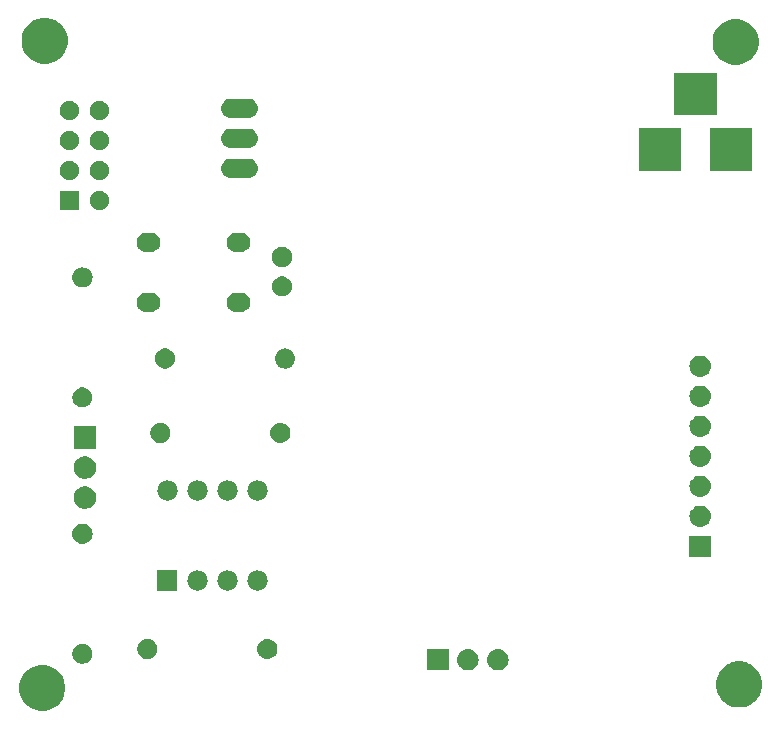
<source format=gbr>
G04 #@! TF.GenerationSoftware,KiCad,Pcbnew,(5.1.2)-2*
G04 #@! TF.CreationDate,2021-12-06T22:39:02-05:00*
G04 #@! TF.ProjectId,raspi_pico_christmas_tree,72617370-695f-4706-9963-6f5f63687269,rev?*
G04 #@! TF.SameCoordinates,Original*
G04 #@! TF.FileFunction,Soldermask,Bot*
G04 #@! TF.FilePolarity,Negative*
%FSLAX46Y46*%
G04 Gerber Fmt 4.6, Leading zero omitted, Abs format (unit mm)*
G04 Created by KiCad (PCBNEW (5.1.2)-2) date 2021-12-06 22:39:02*
%MOMM*%
%LPD*%
G04 APERTURE LIST*
%ADD10C,0.100000*%
G04 APERTURE END LIST*
D10*
G36*
X102069085Y-118723975D02*
G01*
X102424143Y-118871045D01*
X102424145Y-118871046D01*
X102743690Y-119084559D01*
X103015441Y-119356310D01*
X103228954Y-119675855D01*
X103228955Y-119675857D01*
X103376025Y-120030915D01*
X103451000Y-120407842D01*
X103451000Y-120792158D01*
X103376025Y-121169085D01*
X103353219Y-121224143D01*
X103228954Y-121524145D01*
X103015441Y-121843690D01*
X102743690Y-122115441D01*
X102424145Y-122328954D01*
X102424144Y-122328955D01*
X102424143Y-122328955D01*
X102069085Y-122476025D01*
X101692158Y-122551000D01*
X101307842Y-122551000D01*
X100930915Y-122476025D01*
X100575857Y-122328955D01*
X100575856Y-122328955D01*
X100575855Y-122328954D01*
X100256310Y-122115441D01*
X99984559Y-121843690D01*
X99771046Y-121524145D01*
X99646781Y-121224143D01*
X99623975Y-121169085D01*
X99549000Y-120792158D01*
X99549000Y-120407842D01*
X99623975Y-120030915D01*
X99771045Y-119675857D01*
X99771046Y-119675855D01*
X99984559Y-119356310D01*
X100256310Y-119084559D01*
X100575855Y-118871046D01*
X100575857Y-118871045D01*
X100930915Y-118723975D01*
X101307842Y-118649000D01*
X101692158Y-118649000D01*
X102069085Y-118723975D01*
X102069085Y-118723975D01*
G37*
G36*
X161069085Y-118423975D02*
G01*
X161375750Y-118551000D01*
X161424145Y-118571046D01*
X161743690Y-118784559D01*
X162015441Y-119056310D01*
X162215894Y-119356310D01*
X162228955Y-119375857D01*
X162376025Y-119730915D01*
X162451000Y-120107842D01*
X162451000Y-120492158D01*
X162376025Y-120869085D01*
X162251761Y-121169085D01*
X162228954Y-121224145D01*
X162015441Y-121543690D01*
X161743690Y-121815441D01*
X161424145Y-122028954D01*
X161424144Y-122028955D01*
X161424143Y-122028955D01*
X161069085Y-122176025D01*
X160692158Y-122251000D01*
X160307842Y-122251000D01*
X159930915Y-122176025D01*
X159575857Y-122028955D01*
X159575856Y-122028955D01*
X159575855Y-122028954D01*
X159256310Y-121815441D01*
X158984559Y-121543690D01*
X158771046Y-121224145D01*
X158748239Y-121169085D01*
X158623975Y-120869085D01*
X158549000Y-120492158D01*
X158549000Y-120107842D01*
X158623975Y-119730915D01*
X158771045Y-119375857D01*
X158784106Y-119356310D01*
X158984559Y-119056310D01*
X159256310Y-118784559D01*
X159575855Y-118571046D01*
X159624250Y-118551000D01*
X159930915Y-118423975D01*
X160307842Y-118349000D01*
X160692158Y-118349000D01*
X161069085Y-118423975D01*
X161069085Y-118423975D01*
G37*
G36*
X140190442Y-117305518D02*
G01*
X140256627Y-117312037D01*
X140426466Y-117363557D01*
X140582991Y-117447222D01*
X140606877Y-117466825D01*
X140720186Y-117559814D01*
X140803448Y-117661271D01*
X140832778Y-117697009D01*
X140832779Y-117697011D01*
X140910535Y-117842480D01*
X140916443Y-117853534D01*
X140967963Y-118023373D01*
X140985359Y-118200000D01*
X140967963Y-118376627D01*
X140916443Y-118546466D01*
X140832778Y-118702991D01*
X140815556Y-118723976D01*
X140720186Y-118840186D01*
X140618729Y-118923448D01*
X140582991Y-118952778D01*
X140426466Y-119036443D01*
X140256627Y-119087963D01*
X140190442Y-119094482D01*
X140124260Y-119101000D01*
X140035740Y-119101000D01*
X139969558Y-119094482D01*
X139903373Y-119087963D01*
X139733534Y-119036443D01*
X139577009Y-118952778D01*
X139541271Y-118923448D01*
X139439814Y-118840186D01*
X139344444Y-118723976D01*
X139327222Y-118702991D01*
X139243557Y-118546466D01*
X139192037Y-118376627D01*
X139174641Y-118200000D01*
X139192037Y-118023373D01*
X139243557Y-117853534D01*
X139249466Y-117842480D01*
X139327221Y-117697011D01*
X139327222Y-117697009D01*
X139356552Y-117661271D01*
X139439814Y-117559814D01*
X139553123Y-117466825D01*
X139577009Y-117447222D01*
X139733534Y-117363557D01*
X139903373Y-117312037D01*
X139969558Y-117305518D01*
X140035740Y-117299000D01*
X140124260Y-117299000D01*
X140190442Y-117305518D01*
X140190442Y-117305518D01*
G37*
G36*
X137650442Y-117305518D02*
G01*
X137716627Y-117312037D01*
X137886466Y-117363557D01*
X138042991Y-117447222D01*
X138066877Y-117466825D01*
X138180186Y-117559814D01*
X138263448Y-117661271D01*
X138292778Y-117697009D01*
X138292779Y-117697011D01*
X138370535Y-117842480D01*
X138376443Y-117853534D01*
X138427963Y-118023373D01*
X138445359Y-118200000D01*
X138427963Y-118376627D01*
X138376443Y-118546466D01*
X138292778Y-118702991D01*
X138275556Y-118723976D01*
X138180186Y-118840186D01*
X138078729Y-118923448D01*
X138042991Y-118952778D01*
X137886466Y-119036443D01*
X137716627Y-119087963D01*
X137650442Y-119094482D01*
X137584260Y-119101000D01*
X137495740Y-119101000D01*
X137429558Y-119094482D01*
X137363373Y-119087963D01*
X137193534Y-119036443D01*
X137037009Y-118952778D01*
X137001271Y-118923448D01*
X136899814Y-118840186D01*
X136804444Y-118723976D01*
X136787222Y-118702991D01*
X136703557Y-118546466D01*
X136652037Y-118376627D01*
X136634641Y-118200000D01*
X136652037Y-118023373D01*
X136703557Y-117853534D01*
X136709466Y-117842480D01*
X136787221Y-117697011D01*
X136787222Y-117697009D01*
X136816552Y-117661271D01*
X136899814Y-117559814D01*
X137013123Y-117466825D01*
X137037009Y-117447222D01*
X137193534Y-117363557D01*
X137363373Y-117312037D01*
X137429558Y-117305518D01*
X137495740Y-117299000D01*
X137584260Y-117299000D01*
X137650442Y-117305518D01*
X137650442Y-117305518D01*
G37*
G36*
X135901000Y-119101000D02*
G01*
X134099000Y-119101000D01*
X134099000Y-117299000D01*
X135901000Y-117299000D01*
X135901000Y-119101000D01*
X135901000Y-119101000D01*
G37*
G36*
X105148228Y-116881703D02*
G01*
X105303100Y-116945853D01*
X105442481Y-117038985D01*
X105561015Y-117157519D01*
X105654147Y-117296900D01*
X105718297Y-117451772D01*
X105751000Y-117616184D01*
X105751000Y-117783816D01*
X105718297Y-117948228D01*
X105654147Y-118103100D01*
X105561015Y-118242481D01*
X105442481Y-118361015D01*
X105303100Y-118454147D01*
X105148228Y-118518297D01*
X104983816Y-118551000D01*
X104816184Y-118551000D01*
X104651772Y-118518297D01*
X104496900Y-118454147D01*
X104357519Y-118361015D01*
X104238985Y-118242481D01*
X104145853Y-118103100D01*
X104081703Y-117948228D01*
X104049000Y-117783816D01*
X104049000Y-117616184D01*
X104081703Y-117451772D01*
X104145853Y-117296900D01*
X104238985Y-117157519D01*
X104357519Y-117038985D01*
X104496900Y-116945853D01*
X104651772Y-116881703D01*
X104816184Y-116849000D01*
X104983816Y-116849000D01*
X105148228Y-116881703D01*
X105148228Y-116881703D01*
G37*
G36*
X110648228Y-116481703D02*
G01*
X110803100Y-116545853D01*
X110942481Y-116638985D01*
X111061015Y-116757519D01*
X111154147Y-116896900D01*
X111218297Y-117051772D01*
X111251000Y-117216184D01*
X111251000Y-117383816D01*
X111218297Y-117548228D01*
X111154147Y-117703100D01*
X111061015Y-117842481D01*
X110942481Y-117961015D01*
X110803100Y-118054147D01*
X110648228Y-118118297D01*
X110483816Y-118151000D01*
X110316184Y-118151000D01*
X110151772Y-118118297D01*
X109996900Y-118054147D01*
X109857519Y-117961015D01*
X109738985Y-117842481D01*
X109645853Y-117703100D01*
X109581703Y-117548228D01*
X109549000Y-117383816D01*
X109549000Y-117216184D01*
X109581703Y-117051772D01*
X109645853Y-116896900D01*
X109738985Y-116757519D01*
X109857519Y-116638985D01*
X109996900Y-116545853D01*
X110151772Y-116481703D01*
X110316184Y-116449000D01*
X110483816Y-116449000D01*
X110648228Y-116481703D01*
X110648228Y-116481703D01*
G37*
G36*
X120726823Y-116461313D02*
G01*
X120887242Y-116509976D01*
X120954361Y-116545852D01*
X121035078Y-116588996D01*
X121164659Y-116695341D01*
X121271004Y-116824922D01*
X121271005Y-116824924D01*
X121350024Y-116972758D01*
X121398687Y-117133177D01*
X121415117Y-117300000D01*
X121398687Y-117466823D01*
X121350024Y-117627242D01*
X121309477Y-117703100D01*
X121271004Y-117775078D01*
X121164659Y-117904659D01*
X121035078Y-118011004D01*
X121035076Y-118011005D01*
X120887242Y-118090024D01*
X120726823Y-118138687D01*
X120601804Y-118151000D01*
X120518196Y-118151000D01*
X120393177Y-118138687D01*
X120232758Y-118090024D01*
X120084924Y-118011005D01*
X120084922Y-118011004D01*
X119955341Y-117904659D01*
X119848996Y-117775078D01*
X119810523Y-117703100D01*
X119769976Y-117627242D01*
X119721313Y-117466823D01*
X119704883Y-117300000D01*
X119721313Y-117133177D01*
X119769976Y-116972758D01*
X119848995Y-116824924D01*
X119848996Y-116824922D01*
X119955341Y-116695341D01*
X120084922Y-116588996D01*
X120165639Y-116545852D01*
X120232758Y-116509976D01*
X120393177Y-116461313D01*
X120518196Y-116449000D01*
X120601804Y-116449000D01*
X120726823Y-116461313D01*
X120726823Y-116461313D01*
G37*
G36*
X112951000Y-112351000D02*
G01*
X111249000Y-112351000D01*
X111249000Y-110649000D01*
X112951000Y-110649000D01*
X112951000Y-112351000D01*
X112951000Y-112351000D01*
G37*
G36*
X114806823Y-110661313D02*
G01*
X114967242Y-110709976D01*
X115099906Y-110780886D01*
X115115078Y-110788996D01*
X115244659Y-110895341D01*
X115351004Y-111024922D01*
X115351005Y-111024924D01*
X115430024Y-111172758D01*
X115478687Y-111333177D01*
X115495117Y-111500000D01*
X115478687Y-111666823D01*
X115430024Y-111827242D01*
X115359114Y-111959906D01*
X115351004Y-111975078D01*
X115244659Y-112104659D01*
X115115078Y-112211004D01*
X115115076Y-112211005D01*
X114967242Y-112290024D01*
X114806823Y-112338687D01*
X114681804Y-112351000D01*
X114598196Y-112351000D01*
X114473177Y-112338687D01*
X114312758Y-112290024D01*
X114164924Y-112211005D01*
X114164922Y-112211004D01*
X114035341Y-112104659D01*
X113928996Y-111975078D01*
X113920886Y-111959906D01*
X113849976Y-111827242D01*
X113801313Y-111666823D01*
X113784883Y-111500000D01*
X113801313Y-111333177D01*
X113849976Y-111172758D01*
X113928995Y-111024924D01*
X113928996Y-111024922D01*
X114035341Y-110895341D01*
X114164922Y-110788996D01*
X114180094Y-110780886D01*
X114312758Y-110709976D01*
X114473177Y-110661313D01*
X114598196Y-110649000D01*
X114681804Y-110649000D01*
X114806823Y-110661313D01*
X114806823Y-110661313D01*
G37*
G36*
X117346823Y-110661313D02*
G01*
X117507242Y-110709976D01*
X117639906Y-110780886D01*
X117655078Y-110788996D01*
X117784659Y-110895341D01*
X117891004Y-111024922D01*
X117891005Y-111024924D01*
X117970024Y-111172758D01*
X118018687Y-111333177D01*
X118035117Y-111500000D01*
X118018687Y-111666823D01*
X117970024Y-111827242D01*
X117899114Y-111959906D01*
X117891004Y-111975078D01*
X117784659Y-112104659D01*
X117655078Y-112211004D01*
X117655076Y-112211005D01*
X117507242Y-112290024D01*
X117346823Y-112338687D01*
X117221804Y-112351000D01*
X117138196Y-112351000D01*
X117013177Y-112338687D01*
X116852758Y-112290024D01*
X116704924Y-112211005D01*
X116704922Y-112211004D01*
X116575341Y-112104659D01*
X116468996Y-111975078D01*
X116460886Y-111959906D01*
X116389976Y-111827242D01*
X116341313Y-111666823D01*
X116324883Y-111500000D01*
X116341313Y-111333177D01*
X116389976Y-111172758D01*
X116468995Y-111024924D01*
X116468996Y-111024922D01*
X116575341Y-110895341D01*
X116704922Y-110788996D01*
X116720094Y-110780886D01*
X116852758Y-110709976D01*
X117013177Y-110661313D01*
X117138196Y-110649000D01*
X117221804Y-110649000D01*
X117346823Y-110661313D01*
X117346823Y-110661313D01*
G37*
G36*
X119886823Y-110661313D02*
G01*
X120047242Y-110709976D01*
X120179906Y-110780886D01*
X120195078Y-110788996D01*
X120324659Y-110895341D01*
X120431004Y-111024922D01*
X120431005Y-111024924D01*
X120510024Y-111172758D01*
X120558687Y-111333177D01*
X120575117Y-111500000D01*
X120558687Y-111666823D01*
X120510024Y-111827242D01*
X120439114Y-111959906D01*
X120431004Y-111975078D01*
X120324659Y-112104659D01*
X120195078Y-112211004D01*
X120195076Y-112211005D01*
X120047242Y-112290024D01*
X119886823Y-112338687D01*
X119761804Y-112351000D01*
X119678196Y-112351000D01*
X119553177Y-112338687D01*
X119392758Y-112290024D01*
X119244924Y-112211005D01*
X119244922Y-112211004D01*
X119115341Y-112104659D01*
X119008996Y-111975078D01*
X119000886Y-111959906D01*
X118929976Y-111827242D01*
X118881313Y-111666823D01*
X118864883Y-111500000D01*
X118881313Y-111333177D01*
X118929976Y-111172758D01*
X119008995Y-111024924D01*
X119008996Y-111024922D01*
X119115341Y-110895341D01*
X119244922Y-110788996D01*
X119260094Y-110780886D01*
X119392758Y-110709976D01*
X119553177Y-110661313D01*
X119678196Y-110649000D01*
X119761804Y-110649000D01*
X119886823Y-110661313D01*
X119886823Y-110661313D01*
G37*
G36*
X158101000Y-109501000D02*
G01*
X156299000Y-109501000D01*
X156299000Y-107699000D01*
X158101000Y-107699000D01*
X158101000Y-109501000D01*
X158101000Y-109501000D01*
G37*
G36*
X105066823Y-106701313D02*
G01*
X105227242Y-106749976D01*
X105344736Y-106812778D01*
X105375078Y-106828996D01*
X105504659Y-106935341D01*
X105611004Y-107064922D01*
X105611005Y-107064924D01*
X105690024Y-107212758D01*
X105738687Y-107373177D01*
X105755117Y-107540000D01*
X105738687Y-107706823D01*
X105690024Y-107867242D01*
X105619114Y-107999906D01*
X105611004Y-108015078D01*
X105504659Y-108144659D01*
X105375078Y-108251004D01*
X105375076Y-108251005D01*
X105227242Y-108330024D01*
X105066823Y-108378687D01*
X104941804Y-108391000D01*
X104858196Y-108391000D01*
X104733177Y-108378687D01*
X104572758Y-108330024D01*
X104424924Y-108251005D01*
X104424922Y-108251004D01*
X104295341Y-108144659D01*
X104188996Y-108015078D01*
X104180886Y-107999906D01*
X104109976Y-107867242D01*
X104061313Y-107706823D01*
X104044883Y-107540000D01*
X104061313Y-107373177D01*
X104109976Y-107212758D01*
X104188995Y-107064924D01*
X104188996Y-107064922D01*
X104295341Y-106935341D01*
X104424922Y-106828996D01*
X104455264Y-106812778D01*
X104572758Y-106749976D01*
X104733177Y-106701313D01*
X104858196Y-106689000D01*
X104941804Y-106689000D01*
X105066823Y-106701313D01*
X105066823Y-106701313D01*
G37*
G36*
X157310442Y-105165518D02*
G01*
X157376627Y-105172037D01*
X157546466Y-105223557D01*
X157702991Y-105307222D01*
X157721930Y-105322765D01*
X157840186Y-105419814D01*
X157923448Y-105521271D01*
X157952778Y-105557009D01*
X158036443Y-105713534D01*
X158087963Y-105883373D01*
X158105359Y-106060000D01*
X158087963Y-106236627D01*
X158036443Y-106406466D01*
X157952778Y-106562991D01*
X157923448Y-106598729D01*
X157840186Y-106700186D01*
X157738729Y-106783448D01*
X157702991Y-106812778D01*
X157546466Y-106896443D01*
X157376627Y-106947963D01*
X157310442Y-106954482D01*
X157244260Y-106961000D01*
X157155740Y-106961000D01*
X157089558Y-106954482D01*
X157023373Y-106947963D01*
X156853534Y-106896443D01*
X156697009Y-106812778D01*
X156661271Y-106783448D01*
X156559814Y-106700186D01*
X156476552Y-106598729D01*
X156447222Y-106562991D01*
X156363557Y-106406466D01*
X156312037Y-106236627D01*
X156294641Y-106060000D01*
X156312037Y-105883373D01*
X156363557Y-105713534D01*
X156447222Y-105557009D01*
X156476552Y-105521271D01*
X156559814Y-105419814D01*
X156678070Y-105322765D01*
X156697009Y-105307222D01*
X156853534Y-105223557D01*
X157023373Y-105172037D01*
X157089558Y-105165518D01*
X157155740Y-105159000D01*
X157244260Y-105159000D01*
X157310442Y-105165518D01*
X157310442Y-105165518D01*
G37*
G36*
X105377395Y-103565546D02*
G01*
X105550466Y-103637234D01*
X105550467Y-103637235D01*
X105706227Y-103741310D01*
X105838690Y-103873773D01*
X105891081Y-103952182D01*
X105942766Y-104029534D01*
X106014454Y-104202605D01*
X106051000Y-104386333D01*
X106051000Y-104573667D01*
X106014454Y-104757395D01*
X105942766Y-104930466D01*
X105942765Y-104930467D01*
X105838690Y-105086227D01*
X105706227Y-105218690D01*
X105698943Y-105223557D01*
X105550466Y-105322766D01*
X105377395Y-105394454D01*
X105193667Y-105431000D01*
X105006333Y-105431000D01*
X104822605Y-105394454D01*
X104649534Y-105322766D01*
X104501057Y-105223557D01*
X104493773Y-105218690D01*
X104361310Y-105086227D01*
X104257235Y-104930467D01*
X104257234Y-104930466D01*
X104185546Y-104757395D01*
X104149000Y-104573667D01*
X104149000Y-104386333D01*
X104185546Y-104202605D01*
X104257234Y-104029534D01*
X104308919Y-103952182D01*
X104361310Y-103873773D01*
X104493773Y-103741310D01*
X104649533Y-103637235D01*
X104649534Y-103637234D01*
X104822605Y-103565546D01*
X105006333Y-103529000D01*
X105193667Y-103529000D01*
X105377395Y-103565546D01*
X105377395Y-103565546D01*
G37*
G36*
X112266823Y-103041313D02*
G01*
X112427242Y-103089976D01*
X112559906Y-103160886D01*
X112575078Y-103168996D01*
X112704659Y-103275341D01*
X112811004Y-103404922D01*
X112811005Y-103404924D01*
X112890024Y-103552758D01*
X112938687Y-103713177D01*
X112955117Y-103880000D01*
X112938687Y-104046823D01*
X112890024Y-104207242D01*
X112819114Y-104339906D01*
X112811004Y-104355078D01*
X112704659Y-104484659D01*
X112575078Y-104591004D01*
X112575076Y-104591005D01*
X112427242Y-104670024D01*
X112266823Y-104718687D01*
X112141804Y-104731000D01*
X112058196Y-104731000D01*
X111933177Y-104718687D01*
X111772758Y-104670024D01*
X111624924Y-104591005D01*
X111624922Y-104591004D01*
X111495341Y-104484659D01*
X111388996Y-104355078D01*
X111380886Y-104339906D01*
X111309976Y-104207242D01*
X111261313Y-104046823D01*
X111244883Y-103880000D01*
X111261313Y-103713177D01*
X111309976Y-103552758D01*
X111388995Y-103404924D01*
X111388996Y-103404922D01*
X111495341Y-103275341D01*
X111624922Y-103168996D01*
X111640094Y-103160886D01*
X111772758Y-103089976D01*
X111933177Y-103041313D01*
X112058196Y-103029000D01*
X112141804Y-103029000D01*
X112266823Y-103041313D01*
X112266823Y-103041313D01*
G37*
G36*
X114806823Y-103041313D02*
G01*
X114967242Y-103089976D01*
X115099906Y-103160886D01*
X115115078Y-103168996D01*
X115244659Y-103275341D01*
X115351004Y-103404922D01*
X115351005Y-103404924D01*
X115430024Y-103552758D01*
X115478687Y-103713177D01*
X115495117Y-103880000D01*
X115478687Y-104046823D01*
X115430024Y-104207242D01*
X115359114Y-104339906D01*
X115351004Y-104355078D01*
X115244659Y-104484659D01*
X115115078Y-104591004D01*
X115115076Y-104591005D01*
X114967242Y-104670024D01*
X114806823Y-104718687D01*
X114681804Y-104731000D01*
X114598196Y-104731000D01*
X114473177Y-104718687D01*
X114312758Y-104670024D01*
X114164924Y-104591005D01*
X114164922Y-104591004D01*
X114035341Y-104484659D01*
X113928996Y-104355078D01*
X113920886Y-104339906D01*
X113849976Y-104207242D01*
X113801313Y-104046823D01*
X113784883Y-103880000D01*
X113801313Y-103713177D01*
X113849976Y-103552758D01*
X113928995Y-103404924D01*
X113928996Y-103404922D01*
X114035341Y-103275341D01*
X114164922Y-103168996D01*
X114180094Y-103160886D01*
X114312758Y-103089976D01*
X114473177Y-103041313D01*
X114598196Y-103029000D01*
X114681804Y-103029000D01*
X114806823Y-103041313D01*
X114806823Y-103041313D01*
G37*
G36*
X117346823Y-103041313D02*
G01*
X117507242Y-103089976D01*
X117639906Y-103160886D01*
X117655078Y-103168996D01*
X117784659Y-103275341D01*
X117891004Y-103404922D01*
X117891005Y-103404924D01*
X117970024Y-103552758D01*
X118018687Y-103713177D01*
X118035117Y-103880000D01*
X118018687Y-104046823D01*
X117970024Y-104207242D01*
X117899114Y-104339906D01*
X117891004Y-104355078D01*
X117784659Y-104484659D01*
X117655078Y-104591004D01*
X117655076Y-104591005D01*
X117507242Y-104670024D01*
X117346823Y-104718687D01*
X117221804Y-104731000D01*
X117138196Y-104731000D01*
X117013177Y-104718687D01*
X116852758Y-104670024D01*
X116704924Y-104591005D01*
X116704922Y-104591004D01*
X116575341Y-104484659D01*
X116468996Y-104355078D01*
X116460886Y-104339906D01*
X116389976Y-104207242D01*
X116341313Y-104046823D01*
X116324883Y-103880000D01*
X116341313Y-103713177D01*
X116389976Y-103552758D01*
X116468995Y-103404924D01*
X116468996Y-103404922D01*
X116575341Y-103275341D01*
X116704922Y-103168996D01*
X116720094Y-103160886D01*
X116852758Y-103089976D01*
X117013177Y-103041313D01*
X117138196Y-103029000D01*
X117221804Y-103029000D01*
X117346823Y-103041313D01*
X117346823Y-103041313D01*
G37*
G36*
X119886823Y-103041313D02*
G01*
X120047242Y-103089976D01*
X120179906Y-103160886D01*
X120195078Y-103168996D01*
X120324659Y-103275341D01*
X120431004Y-103404922D01*
X120431005Y-103404924D01*
X120510024Y-103552758D01*
X120558687Y-103713177D01*
X120575117Y-103880000D01*
X120558687Y-104046823D01*
X120510024Y-104207242D01*
X120439114Y-104339906D01*
X120431004Y-104355078D01*
X120324659Y-104484659D01*
X120195078Y-104591004D01*
X120195076Y-104591005D01*
X120047242Y-104670024D01*
X119886823Y-104718687D01*
X119761804Y-104731000D01*
X119678196Y-104731000D01*
X119553177Y-104718687D01*
X119392758Y-104670024D01*
X119244924Y-104591005D01*
X119244922Y-104591004D01*
X119115341Y-104484659D01*
X119008996Y-104355078D01*
X119000886Y-104339906D01*
X118929976Y-104207242D01*
X118881313Y-104046823D01*
X118864883Y-103880000D01*
X118881313Y-103713177D01*
X118929976Y-103552758D01*
X119008995Y-103404924D01*
X119008996Y-103404922D01*
X119115341Y-103275341D01*
X119244922Y-103168996D01*
X119260094Y-103160886D01*
X119392758Y-103089976D01*
X119553177Y-103041313D01*
X119678196Y-103029000D01*
X119761804Y-103029000D01*
X119886823Y-103041313D01*
X119886823Y-103041313D01*
G37*
G36*
X157310443Y-102625519D02*
G01*
X157376627Y-102632037D01*
X157546466Y-102683557D01*
X157702991Y-102767222D01*
X157721930Y-102782765D01*
X157840186Y-102879814D01*
X157923448Y-102981271D01*
X157952778Y-103017009D01*
X158036443Y-103173534D01*
X158087963Y-103343373D01*
X158105359Y-103520000D01*
X158087963Y-103696627D01*
X158036443Y-103866466D01*
X157952778Y-104022991D01*
X157947409Y-104029533D01*
X157840186Y-104160186D01*
X157738729Y-104243448D01*
X157702991Y-104272778D01*
X157702989Y-104272779D01*
X157549024Y-104355076D01*
X157546466Y-104356443D01*
X157376627Y-104407963D01*
X157310442Y-104414482D01*
X157244260Y-104421000D01*
X157155740Y-104421000D01*
X157089558Y-104414482D01*
X157023373Y-104407963D01*
X156853534Y-104356443D01*
X156850977Y-104355076D01*
X156697011Y-104272779D01*
X156697009Y-104272778D01*
X156661271Y-104243448D01*
X156559814Y-104160186D01*
X156452591Y-104029533D01*
X156447222Y-104022991D01*
X156363557Y-103866466D01*
X156312037Y-103696627D01*
X156294641Y-103520000D01*
X156312037Y-103343373D01*
X156363557Y-103173534D01*
X156447222Y-103017009D01*
X156476552Y-102981271D01*
X156559814Y-102879814D01*
X156678070Y-102782765D01*
X156697009Y-102767222D01*
X156853534Y-102683557D01*
X157023373Y-102632037D01*
X157089557Y-102625519D01*
X157155740Y-102619000D01*
X157244260Y-102619000D01*
X157310443Y-102625519D01*
X157310443Y-102625519D01*
G37*
G36*
X105377395Y-101025546D02*
G01*
X105550466Y-101097234D01*
X105550467Y-101097235D01*
X105706227Y-101201310D01*
X105838690Y-101333773D01*
X105838691Y-101333775D01*
X105942766Y-101489534D01*
X106014454Y-101662605D01*
X106051000Y-101846333D01*
X106051000Y-102033667D01*
X106014454Y-102217395D01*
X105942766Y-102390466D01*
X105942765Y-102390467D01*
X105838690Y-102546227D01*
X105706227Y-102678690D01*
X105698943Y-102683557D01*
X105550466Y-102782766D01*
X105377395Y-102854454D01*
X105193667Y-102891000D01*
X105006333Y-102891000D01*
X104822605Y-102854454D01*
X104649534Y-102782766D01*
X104501057Y-102683557D01*
X104493773Y-102678690D01*
X104361310Y-102546227D01*
X104257235Y-102390467D01*
X104257234Y-102390466D01*
X104185546Y-102217395D01*
X104149000Y-102033667D01*
X104149000Y-101846333D01*
X104185546Y-101662605D01*
X104257234Y-101489534D01*
X104361309Y-101333775D01*
X104361310Y-101333773D01*
X104493773Y-101201310D01*
X104649533Y-101097235D01*
X104649534Y-101097234D01*
X104822605Y-101025546D01*
X105006333Y-100989000D01*
X105193667Y-100989000D01*
X105377395Y-101025546D01*
X105377395Y-101025546D01*
G37*
G36*
X157310442Y-100085518D02*
G01*
X157376627Y-100092037D01*
X157546466Y-100143557D01*
X157702991Y-100227222D01*
X157738729Y-100256552D01*
X157840186Y-100339814D01*
X157923448Y-100441271D01*
X157952778Y-100477009D01*
X158036443Y-100633534D01*
X158087963Y-100803373D01*
X158105359Y-100980000D01*
X158087963Y-101156627D01*
X158036443Y-101326466D01*
X157952778Y-101482991D01*
X157947409Y-101489533D01*
X157840186Y-101620186D01*
X157738729Y-101703448D01*
X157702991Y-101732778D01*
X157546466Y-101816443D01*
X157376627Y-101867963D01*
X157310442Y-101874482D01*
X157244260Y-101881000D01*
X157155740Y-101881000D01*
X157089558Y-101874482D01*
X157023373Y-101867963D01*
X156853534Y-101816443D01*
X156697009Y-101732778D01*
X156661271Y-101703448D01*
X156559814Y-101620186D01*
X156452591Y-101489533D01*
X156447222Y-101482991D01*
X156363557Y-101326466D01*
X156312037Y-101156627D01*
X156294641Y-100980000D01*
X156312037Y-100803373D01*
X156363557Y-100633534D01*
X156447222Y-100477009D01*
X156476552Y-100441271D01*
X156559814Y-100339814D01*
X156661271Y-100256552D01*
X156697009Y-100227222D01*
X156853534Y-100143557D01*
X157023373Y-100092037D01*
X157089557Y-100085519D01*
X157155740Y-100079000D01*
X157244260Y-100079000D01*
X157310442Y-100085518D01*
X157310442Y-100085518D01*
G37*
G36*
X106051000Y-100351000D02*
G01*
X104149000Y-100351000D01*
X104149000Y-98449000D01*
X106051000Y-98449000D01*
X106051000Y-100351000D01*
X106051000Y-100351000D01*
G37*
G36*
X121826823Y-98161313D02*
G01*
X121987242Y-98209976D01*
X122087144Y-98263375D01*
X122135078Y-98288996D01*
X122264659Y-98395341D01*
X122371004Y-98524922D01*
X122371005Y-98524924D01*
X122450024Y-98672758D01*
X122498687Y-98833177D01*
X122515117Y-99000000D01*
X122498687Y-99166823D01*
X122450024Y-99327242D01*
X122409477Y-99403100D01*
X122371004Y-99475078D01*
X122264659Y-99604659D01*
X122135078Y-99711004D01*
X122135076Y-99711005D01*
X121987242Y-99790024D01*
X121826823Y-99838687D01*
X121701804Y-99851000D01*
X121618196Y-99851000D01*
X121493177Y-99838687D01*
X121332758Y-99790024D01*
X121184924Y-99711005D01*
X121184922Y-99711004D01*
X121055341Y-99604659D01*
X120948996Y-99475078D01*
X120910523Y-99403100D01*
X120869976Y-99327242D01*
X120821313Y-99166823D01*
X120804883Y-99000000D01*
X120821313Y-98833177D01*
X120869976Y-98672758D01*
X120948995Y-98524924D01*
X120948996Y-98524922D01*
X121055341Y-98395341D01*
X121184922Y-98288996D01*
X121232856Y-98263375D01*
X121332758Y-98209976D01*
X121493177Y-98161313D01*
X121618196Y-98149000D01*
X121701804Y-98149000D01*
X121826823Y-98161313D01*
X121826823Y-98161313D01*
G37*
G36*
X111748228Y-98181703D02*
G01*
X111903100Y-98245853D01*
X112042481Y-98338985D01*
X112161015Y-98457519D01*
X112254147Y-98596900D01*
X112318297Y-98751772D01*
X112351000Y-98916184D01*
X112351000Y-99083816D01*
X112318297Y-99248228D01*
X112254147Y-99403100D01*
X112161015Y-99542481D01*
X112042481Y-99661015D01*
X111903100Y-99754147D01*
X111748228Y-99818297D01*
X111583816Y-99851000D01*
X111416184Y-99851000D01*
X111251772Y-99818297D01*
X111096900Y-99754147D01*
X110957519Y-99661015D01*
X110838985Y-99542481D01*
X110745853Y-99403100D01*
X110681703Y-99248228D01*
X110649000Y-99083816D01*
X110649000Y-98916184D01*
X110681703Y-98751772D01*
X110745853Y-98596900D01*
X110838985Y-98457519D01*
X110957519Y-98338985D01*
X111096900Y-98245853D01*
X111251772Y-98181703D01*
X111416184Y-98149000D01*
X111583816Y-98149000D01*
X111748228Y-98181703D01*
X111748228Y-98181703D01*
G37*
G36*
X157310443Y-97545519D02*
G01*
X157376627Y-97552037D01*
X157546466Y-97603557D01*
X157702991Y-97687222D01*
X157738729Y-97716552D01*
X157840186Y-97799814D01*
X157923448Y-97901271D01*
X157952778Y-97937009D01*
X158036443Y-98093534D01*
X158087963Y-98263373D01*
X158105359Y-98440000D01*
X158087963Y-98616627D01*
X158036443Y-98786466D01*
X157952778Y-98942991D01*
X157923448Y-98978729D01*
X157840186Y-99080186D01*
X157738729Y-99163448D01*
X157702991Y-99192778D01*
X157546466Y-99276443D01*
X157376627Y-99327963D01*
X157310442Y-99334482D01*
X157244260Y-99341000D01*
X157155740Y-99341000D01*
X157089557Y-99334481D01*
X157023373Y-99327963D01*
X156853534Y-99276443D01*
X156697009Y-99192778D01*
X156661271Y-99163448D01*
X156559814Y-99080186D01*
X156476552Y-98978729D01*
X156447222Y-98942991D01*
X156363557Y-98786466D01*
X156312037Y-98616627D01*
X156294641Y-98440000D01*
X156312037Y-98263373D01*
X156363557Y-98093534D01*
X156447222Y-97937009D01*
X156476552Y-97901271D01*
X156559814Y-97799814D01*
X156661271Y-97716552D01*
X156697009Y-97687222D01*
X156853534Y-97603557D01*
X157023373Y-97552037D01*
X157089557Y-97545519D01*
X157155740Y-97539000D01*
X157244260Y-97539000D01*
X157310443Y-97545519D01*
X157310443Y-97545519D01*
G37*
G36*
X105148228Y-95181703D02*
G01*
X105303100Y-95245853D01*
X105442481Y-95338985D01*
X105561015Y-95457519D01*
X105654147Y-95596900D01*
X105718297Y-95751772D01*
X105751000Y-95916184D01*
X105751000Y-96083816D01*
X105718297Y-96248228D01*
X105654147Y-96403100D01*
X105561015Y-96542481D01*
X105442481Y-96661015D01*
X105303100Y-96754147D01*
X105148228Y-96818297D01*
X104983816Y-96851000D01*
X104816184Y-96851000D01*
X104651772Y-96818297D01*
X104496900Y-96754147D01*
X104357519Y-96661015D01*
X104238985Y-96542481D01*
X104145853Y-96403100D01*
X104081703Y-96248228D01*
X104049000Y-96083816D01*
X104049000Y-95916184D01*
X104081703Y-95751772D01*
X104145853Y-95596900D01*
X104238985Y-95457519D01*
X104357519Y-95338985D01*
X104496900Y-95245853D01*
X104651772Y-95181703D01*
X104816184Y-95149000D01*
X104983816Y-95149000D01*
X105148228Y-95181703D01*
X105148228Y-95181703D01*
G37*
G36*
X157310442Y-95005518D02*
G01*
X157376627Y-95012037D01*
X157546466Y-95063557D01*
X157702991Y-95147222D01*
X157705157Y-95149000D01*
X157840186Y-95259814D01*
X157905159Y-95338985D01*
X157952778Y-95397009D01*
X158036443Y-95553534D01*
X158087963Y-95723373D01*
X158105359Y-95900000D01*
X158087963Y-96076627D01*
X158036443Y-96246466D01*
X157952778Y-96402991D01*
X157923448Y-96438729D01*
X157840186Y-96540186D01*
X157738729Y-96623448D01*
X157702991Y-96652778D01*
X157546466Y-96736443D01*
X157376627Y-96787963D01*
X157310443Y-96794481D01*
X157244260Y-96801000D01*
X157155740Y-96801000D01*
X157089557Y-96794481D01*
X157023373Y-96787963D01*
X156853534Y-96736443D01*
X156697009Y-96652778D01*
X156661271Y-96623448D01*
X156559814Y-96540186D01*
X156476552Y-96438729D01*
X156447222Y-96402991D01*
X156363557Y-96246466D01*
X156312037Y-96076627D01*
X156294641Y-95900000D01*
X156312037Y-95723373D01*
X156363557Y-95553534D01*
X156447222Y-95397009D01*
X156494841Y-95338985D01*
X156559814Y-95259814D01*
X156694843Y-95149000D01*
X156697009Y-95147222D01*
X156853534Y-95063557D01*
X157023373Y-95012037D01*
X157089557Y-95005519D01*
X157155740Y-94999000D01*
X157244260Y-94999000D01*
X157310442Y-95005518D01*
X157310442Y-95005518D01*
G37*
G36*
X157310443Y-92465519D02*
G01*
X157376627Y-92472037D01*
X157546466Y-92523557D01*
X157702991Y-92607222D01*
X157713911Y-92616184D01*
X157840186Y-92719814D01*
X157892709Y-92783815D01*
X157952778Y-92857009D01*
X158036443Y-93013534D01*
X158087963Y-93183373D01*
X158105359Y-93360000D01*
X158087963Y-93536627D01*
X158036443Y-93706466D01*
X157952778Y-93862991D01*
X157923448Y-93898729D01*
X157840186Y-94000186D01*
X157738729Y-94083448D01*
X157702991Y-94112778D01*
X157546466Y-94196443D01*
X157376627Y-94247963D01*
X157310442Y-94254482D01*
X157244260Y-94261000D01*
X157155740Y-94261000D01*
X157089558Y-94254482D01*
X157023373Y-94247963D01*
X156853534Y-94196443D01*
X156697009Y-94112778D01*
X156661271Y-94083448D01*
X156559814Y-94000186D01*
X156476552Y-93898729D01*
X156447222Y-93862991D01*
X156363557Y-93706466D01*
X156312037Y-93536627D01*
X156294641Y-93360000D01*
X156312037Y-93183373D01*
X156363557Y-93013534D01*
X156447222Y-92857009D01*
X156507291Y-92783815D01*
X156559814Y-92719814D01*
X156686089Y-92616184D01*
X156697009Y-92607222D01*
X156853534Y-92523557D01*
X157023373Y-92472037D01*
X157089558Y-92465518D01*
X157155740Y-92459000D01*
X157244260Y-92459000D01*
X157310443Y-92465519D01*
X157310443Y-92465519D01*
G37*
G36*
X122226823Y-91861313D02*
G01*
X122387242Y-91909976D01*
X122454361Y-91945852D01*
X122535078Y-91988996D01*
X122664659Y-92095341D01*
X122771004Y-92224922D01*
X122771005Y-92224924D01*
X122850024Y-92372758D01*
X122898687Y-92533177D01*
X122915117Y-92700000D01*
X122898687Y-92866823D01*
X122850024Y-93027242D01*
X122809477Y-93103100D01*
X122771004Y-93175078D01*
X122664659Y-93304659D01*
X122535078Y-93411004D01*
X122535076Y-93411005D01*
X122387242Y-93490024D01*
X122226823Y-93538687D01*
X122101804Y-93551000D01*
X122018196Y-93551000D01*
X121893177Y-93538687D01*
X121732758Y-93490024D01*
X121584924Y-93411005D01*
X121584922Y-93411004D01*
X121455341Y-93304659D01*
X121348996Y-93175078D01*
X121310523Y-93103100D01*
X121269976Y-93027242D01*
X121221313Y-92866823D01*
X121204883Y-92700000D01*
X121221313Y-92533177D01*
X121269976Y-92372758D01*
X121348995Y-92224924D01*
X121348996Y-92224922D01*
X121455341Y-92095341D01*
X121584922Y-91988996D01*
X121665639Y-91945852D01*
X121732758Y-91909976D01*
X121893177Y-91861313D01*
X122018196Y-91849000D01*
X122101804Y-91849000D01*
X122226823Y-91861313D01*
X122226823Y-91861313D01*
G37*
G36*
X112148228Y-91881703D02*
G01*
X112303100Y-91945853D01*
X112442481Y-92038985D01*
X112561015Y-92157519D01*
X112654147Y-92296900D01*
X112718297Y-92451772D01*
X112751000Y-92616184D01*
X112751000Y-92783816D01*
X112718297Y-92948228D01*
X112654147Y-93103100D01*
X112561015Y-93242481D01*
X112442481Y-93361015D01*
X112303100Y-93454147D01*
X112148228Y-93518297D01*
X111983816Y-93551000D01*
X111816184Y-93551000D01*
X111651772Y-93518297D01*
X111496900Y-93454147D01*
X111357519Y-93361015D01*
X111238985Y-93242481D01*
X111145853Y-93103100D01*
X111081703Y-92948228D01*
X111049000Y-92783816D01*
X111049000Y-92616184D01*
X111081703Y-92451772D01*
X111145853Y-92296900D01*
X111238985Y-92157519D01*
X111357519Y-92038985D01*
X111496900Y-91945853D01*
X111651772Y-91881703D01*
X111816184Y-91849000D01*
X111983816Y-91849000D01*
X112148228Y-91881703D01*
X112148228Y-91881703D01*
G37*
G36*
X118384679Y-87142480D02*
G01*
X118467023Y-87150590D01*
X118567682Y-87181125D01*
X118618013Y-87196392D01*
X118757165Y-87270771D01*
X118879133Y-87370867D01*
X118979229Y-87492835D01*
X119053608Y-87631987D01*
X119053608Y-87631988D01*
X119099410Y-87782977D01*
X119114875Y-87940000D01*
X119099410Y-88097023D01*
X119068875Y-88197682D01*
X119053608Y-88248013D01*
X118979229Y-88387165D01*
X118879133Y-88509133D01*
X118757165Y-88609229D01*
X118618013Y-88683608D01*
X118567682Y-88698875D01*
X118467023Y-88729410D01*
X118388571Y-88737137D01*
X118349346Y-88741000D01*
X117870654Y-88741000D01*
X117831429Y-88737137D01*
X117752977Y-88729410D01*
X117652318Y-88698875D01*
X117601987Y-88683608D01*
X117462835Y-88609229D01*
X117340867Y-88509133D01*
X117240771Y-88387165D01*
X117166392Y-88248013D01*
X117151125Y-88197682D01*
X117120590Y-88097023D01*
X117105125Y-87940000D01*
X117120590Y-87782977D01*
X117166392Y-87631988D01*
X117166392Y-87631987D01*
X117240771Y-87492835D01*
X117340867Y-87370867D01*
X117462835Y-87270771D01*
X117601987Y-87196392D01*
X117652318Y-87181125D01*
X117752977Y-87150590D01*
X117835321Y-87142480D01*
X117870654Y-87139000D01*
X118349346Y-87139000D01*
X118384679Y-87142480D01*
X118384679Y-87142480D01*
G37*
G36*
X110764679Y-87142480D02*
G01*
X110847023Y-87150590D01*
X110947682Y-87181125D01*
X110998013Y-87196392D01*
X111137165Y-87270771D01*
X111259133Y-87370867D01*
X111359229Y-87492835D01*
X111433608Y-87631987D01*
X111433608Y-87631988D01*
X111479410Y-87782977D01*
X111494875Y-87940000D01*
X111479410Y-88097023D01*
X111448875Y-88197682D01*
X111433608Y-88248013D01*
X111359229Y-88387165D01*
X111259133Y-88509133D01*
X111137165Y-88609229D01*
X110998013Y-88683608D01*
X110947682Y-88698875D01*
X110847023Y-88729410D01*
X110768571Y-88737137D01*
X110729346Y-88741000D01*
X110250654Y-88741000D01*
X110211429Y-88737137D01*
X110132977Y-88729410D01*
X110032318Y-88698875D01*
X109981987Y-88683608D01*
X109842835Y-88609229D01*
X109720867Y-88509133D01*
X109620771Y-88387165D01*
X109546392Y-88248013D01*
X109531125Y-88197682D01*
X109500590Y-88097023D01*
X109485125Y-87940000D01*
X109500590Y-87782977D01*
X109546392Y-87631988D01*
X109546392Y-87631987D01*
X109620771Y-87492835D01*
X109720867Y-87370867D01*
X109842835Y-87270771D01*
X109981987Y-87196392D01*
X110032318Y-87181125D01*
X110132977Y-87150590D01*
X110215321Y-87142480D01*
X110250654Y-87139000D01*
X110729346Y-87139000D01*
X110764679Y-87142480D01*
X110764679Y-87142480D01*
G37*
G36*
X122048228Y-85781703D02*
G01*
X122203100Y-85845853D01*
X122342481Y-85938985D01*
X122461015Y-86057519D01*
X122554147Y-86196900D01*
X122618297Y-86351772D01*
X122651000Y-86516184D01*
X122651000Y-86683816D01*
X122618297Y-86848228D01*
X122554147Y-87003100D01*
X122461015Y-87142481D01*
X122342481Y-87261015D01*
X122203100Y-87354147D01*
X122048228Y-87418297D01*
X121883816Y-87451000D01*
X121716184Y-87451000D01*
X121551772Y-87418297D01*
X121396900Y-87354147D01*
X121257519Y-87261015D01*
X121138985Y-87142481D01*
X121045853Y-87003100D01*
X120981703Y-86848228D01*
X120949000Y-86683816D01*
X120949000Y-86516184D01*
X120981703Y-86351772D01*
X121045853Y-86196900D01*
X121138985Y-86057519D01*
X121257519Y-85938985D01*
X121396900Y-85845853D01*
X121551772Y-85781703D01*
X121716184Y-85749000D01*
X121883816Y-85749000D01*
X122048228Y-85781703D01*
X122048228Y-85781703D01*
G37*
G36*
X105066823Y-85001313D02*
G01*
X105227242Y-85049976D01*
X105359906Y-85120886D01*
X105375078Y-85128996D01*
X105504659Y-85235341D01*
X105611004Y-85364922D01*
X105611005Y-85364924D01*
X105690024Y-85512758D01*
X105738687Y-85673177D01*
X105755117Y-85840000D01*
X105738687Y-86006823D01*
X105690024Y-86167242D01*
X105619114Y-86299906D01*
X105611004Y-86315078D01*
X105504659Y-86444659D01*
X105375078Y-86551004D01*
X105375076Y-86551005D01*
X105227242Y-86630024D01*
X105066823Y-86678687D01*
X104941804Y-86691000D01*
X104858196Y-86691000D01*
X104733177Y-86678687D01*
X104572758Y-86630024D01*
X104424924Y-86551005D01*
X104424922Y-86551004D01*
X104295341Y-86444659D01*
X104188996Y-86315078D01*
X104180886Y-86299906D01*
X104109976Y-86167242D01*
X104061313Y-86006823D01*
X104044883Y-85840000D01*
X104061313Y-85673177D01*
X104109976Y-85512758D01*
X104188995Y-85364924D01*
X104188996Y-85364922D01*
X104295341Y-85235341D01*
X104424922Y-85128996D01*
X104440094Y-85120886D01*
X104572758Y-85049976D01*
X104733177Y-85001313D01*
X104858196Y-84989000D01*
X104941804Y-84989000D01*
X105066823Y-85001313D01*
X105066823Y-85001313D01*
G37*
G36*
X122048228Y-83281703D02*
G01*
X122203100Y-83345853D01*
X122342481Y-83438985D01*
X122461015Y-83557519D01*
X122554147Y-83696900D01*
X122618297Y-83851772D01*
X122651000Y-84016184D01*
X122651000Y-84183816D01*
X122618297Y-84348228D01*
X122554147Y-84503100D01*
X122461015Y-84642481D01*
X122342481Y-84761015D01*
X122203100Y-84854147D01*
X122048228Y-84918297D01*
X121883816Y-84951000D01*
X121716184Y-84951000D01*
X121551772Y-84918297D01*
X121396900Y-84854147D01*
X121257519Y-84761015D01*
X121138985Y-84642481D01*
X121045853Y-84503100D01*
X120981703Y-84348228D01*
X120949000Y-84183816D01*
X120949000Y-84016184D01*
X120981703Y-83851772D01*
X121045853Y-83696900D01*
X121138985Y-83557519D01*
X121257519Y-83438985D01*
X121396900Y-83345853D01*
X121551772Y-83281703D01*
X121716184Y-83249000D01*
X121883816Y-83249000D01*
X122048228Y-83281703D01*
X122048228Y-83281703D01*
G37*
G36*
X118388571Y-82062863D02*
G01*
X118467023Y-82070590D01*
X118567682Y-82101125D01*
X118618013Y-82116392D01*
X118757165Y-82190771D01*
X118879133Y-82290867D01*
X118979229Y-82412835D01*
X119053608Y-82551987D01*
X119053608Y-82551988D01*
X119099410Y-82702977D01*
X119114875Y-82860000D01*
X119099410Y-83017023D01*
X119068875Y-83117682D01*
X119053608Y-83168013D01*
X118979229Y-83307165D01*
X118879133Y-83429133D01*
X118757165Y-83529229D01*
X118618013Y-83603608D01*
X118567682Y-83618875D01*
X118467023Y-83649410D01*
X118388571Y-83657137D01*
X118349346Y-83661000D01*
X117870654Y-83661000D01*
X117831429Y-83657137D01*
X117752977Y-83649410D01*
X117652318Y-83618875D01*
X117601987Y-83603608D01*
X117462835Y-83529229D01*
X117340867Y-83429133D01*
X117240771Y-83307165D01*
X117166392Y-83168013D01*
X117151125Y-83117682D01*
X117120590Y-83017023D01*
X117105125Y-82860000D01*
X117120590Y-82702977D01*
X117166392Y-82551988D01*
X117166392Y-82551987D01*
X117240771Y-82412835D01*
X117340867Y-82290867D01*
X117462835Y-82190771D01*
X117601987Y-82116392D01*
X117652318Y-82101125D01*
X117752977Y-82070590D01*
X117831429Y-82062863D01*
X117870654Y-82059000D01*
X118349346Y-82059000D01*
X118388571Y-82062863D01*
X118388571Y-82062863D01*
G37*
G36*
X110768571Y-82062863D02*
G01*
X110847023Y-82070590D01*
X110947682Y-82101125D01*
X110998013Y-82116392D01*
X111137165Y-82190771D01*
X111259133Y-82290867D01*
X111359229Y-82412835D01*
X111433608Y-82551987D01*
X111433608Y-82551988D01*
X111479410Y-82702977D01*
X111494875Y-82860000D01*
X111479410Y-83017023D01*
X111448875Y-83117682D01*
X111433608Y-83168013D01*
X111359229Y-83307165D01*
X111259133Y-83429133D01*
X111137165Y-83529229D01*
X110998013Y-83603608D01*
X110947682Y-83618875D01*
X110847023Y-83649410D01*
X110768571Y-83657137D01*
X110729346Y-83661000D01*
X110250654Y-83661000D01*
X110211429Y-83657137D01*
X110132977Y-83649410D01*
X110032318Y-83618875D01*
X109981987Y-83603608D01*
X109842835Y-83529229D01*
X109720867Y-83429133D01*
X109620771Y-83307165D01*
X109546392Y-83168013D01*
X109531125Y-83117682D01*
X109500590Y-83017023D01*
X109485125Y-82860000D01*
X109500590Y-82702977D01*
X109546392Y-82551988D01*
X109546392Y-82551987D01*
X109620771Y-82412835D01*
X109720867Y-82290867D01*
X109842835Y-82190771D01*
X109981987Y-82116392D01*
X110032318Y-82101125D01*
X110132977Y-82070590D01*
X110211429Y-82062863D01*
X110250654Y-82059000D01*
X110729346Y-82059000D01*
X110768571Y-82062863D01*
X110768571Y-82062863D01*
G37*
G36*
X106573642Y-78549781D02*
G01*
X106719414Y-78610162D01*
X106719416Y-78610163D01*
X106850608Y-78697822D01*
X106962178Y-78809392D01*
X107049837Y-78940584D01*
X107049838Y-78940586D01*
X107110219Y-79086358D01*
X107141000Y-79241107D01*
X107141000Y-79398893D01*
X107110219Y-79553642D01*
X107049838Y-79699414D01*
X107049837Y-79699416D01*
X106962178Y-79830608D01*
X106850608Y-79942178D01*
X106719416Y-80029837D01*
X106719415Y-80029838D01*
X106719414Y-80029838D01*
X106573642Y-80090219D01*
X106418893Y-80121000D01*
X106261107Y-80121000D01*
X106106358Y-80090219D01*
X105960586Y-80029838D01*
X105960585Y-80029838D01*
X105960584Y-80029837D01*
X105829392Y-79942178D01*
X105717822Y-79830608D01*
X105630163Y-79699416D01*
X105630162Y-79699414D01*
X105569781Y-79553642D01*
X105539000Y-79398893D01*
X105539000Y-79241107D01*
X105569781Y-79086358D01*
X105630162Y-78940586D01*
X105630163Y-78940584D01*
X105717822Y-78809392D01*
X105829392Y-78697822D01*
X105960584Y-78610163D01*
X105960586Y-78610162D01*
X106106358Y-78549781D01*
X106261107Y-78519000D01*
X106418893Y-78519000D01*
X106573642Y-78549781D01*
X106573642Y-78549781D01*
G37*
G36*
X104601000Y-80121000D02*
G01*
X102999000Y-80121000D01*
X102999000Y-78519000D01*
X104601000Y-78519000D01*
X104601000Y-80121000D01*
X104601000Y-80121000D01*
G37*
G36*
X104033642Y-76009781D02*
G01*
X104179414Y-76070162D01*
X104179416Y-76070163D01*
X104310608Y-76157822D01*
X104422178Y-76269392D01*
X104509837Y-76400584D01*
X104509838Y-76400586D01*
X104570219Y-76546358D01*
X104601000Y-76701107D01*
X104601000Y-76858893D01*
X104570219Y-77013642D01*
X104555177Y-77049956D01*
X104509837Y-77159416D01*
X104422178Y-77290608D01*
X104310608Y-77402178D01*
X104179416Y-77489837D01*
X104179415Y-77489838D01*
X104179414Y-77489838D01*
X104033642Y-77550219D01*
X103878893Y-77581000D01*
X103721107Y-77581000D01*
X103566358Y-77550219D01*
X103420586Y-77489838D01*
X103420585Y-77489838D01*
X103420584Y-77489837D01*
X103289392Y-77402178D01*
X103177822Y-77290608D01*
X103090163Y-77159416D01*
X103044823Y-77049956D01*
X103029781Y-77013642D01*
X102999000Y-76858893D01*
X102999000Y-76701107D01*
X103029781Y-76546358D01*
X103090162Y-76400586D01*
X103090163Y-76400584D01*
X103177822Y-76269392D01*
X103289392Y-76157822D01*
X103420584Y-76070163D01*
X103420586Y-76070162D01*
X103566358Y-76009781D01*
X103721107Y-75979000D01*
X103878893Y-75979000D01*
X104033642Y-76009781D01*
X104033642Y-76009781D01*
G37*
G36*
X106573642Y-76009781D02*
G01*
X106719414Y-76070162D01*
X106719416Y-76070163D01*
X106850608Y-76157822D01*
X106962178Y-76269392D01*
X107049837Y-76400584D01*
X107049838Y-76400586D01*
X107110219Y-76546358D01*
X107141000Y-76701107D01*
X107141000Y-76858893D01*
X107110219Y-77013642D01*
X107095177Y-77049956D01*
X107049837Y-77159416D01*
X106962178Y-77290608D01*
X106850608Y-77402178D01*
X106719416Y-77489837D01*
X106719415Y-77489838D01*
X106719414Y-77489838D01*
X106573642Y-77550219D01*
X106418893Y-77581000D01*
X106261107Y-77581000D01*
X106106358Y-77550219D01*
X105960586Y-77489838D01*
X105960585Y-77489838D01*
X105960584Y-77489837D01*
X105829392Y-77402178D01*
X105717822Y-77290608D01*
X105630163Y-77159416D01*
X105584823Y-77049956D01*
X105569781Y-77013642D01*
X105539000Y-76858893D01*
X105539000Y-76701107D01*
X105569781Y-76546358D01*
X105630162Y-76400586D01*
X105630163Y-76400584D01*
X105717822Y-76269392D01*
X105829392Y-76157822D01*
X105960584Y-76070163D01*
X105960586Y-76070162D01*
X106106358Y-76009781D01*
X106261107Y-75979000D01*
X106418893Y-75979000D01*
X106573642Y-76009781D01*
X106573642Y-76009781D01*
G37*
G36*
X119108005Y-75805662D02*
G01*
X119259934Y-75851750D01*
X119399955Y-75926593D01*
X119522686Y-76027314D01*
X119623407Y-76150045D01*
X119698250Y-76290066D01*
X119744338Y-76441995D01*
X119759899Y-76600000D01*
X119744338Y-76758005D01*
X119698250Y-76909934D01*
X119623407Y-77049955D01*
X119522686Y-77172686D01*
X119399955Y-77273407D01*
X119259934Y-77348250D01*
X119108005Y-77394338D01*
X118989591Y-77406000D01*
X117410409Y-77406000D01*
X117291995Y-77394338D01*
X117140066Y-77348250D01*
X117000045Y-77273407D01*
X116877314Y-77172686D01*
X116776593Y-77049955D01*
X116701750Y-76909934D01*
X116655662Y-76758005D01*
X116640101Y-76600000D01*
X116655662Y-76441995D01*
X116701750Y-76290066D01*
X116776593Y-76150045D01*
X116877314Y-76027314D01*
X117000045Y-75926593D01*
X117140066Y-75851750D01*
X117291995Y-75805662D01*
X117410409Y-75794000D01*
X118989591Y-75794000D01*
X119108005Y-75805662D01*
X119108005Y-75805662D01*
G37*
G36*
X155601000Y-76801000D02*
G01*
X151999000Y-76801000D01*
X151999000Y-73199000D01*
X155601000Y-73199000D01*
X155601000Y-76801000D01*
X155601000Y-76801000D01*
G37*
G36*
X161601000Y-76801000D02*
G01*
X157999000Y-76801000D01*
X157999000Y-73199000D01*
X161601000Y-73199000D01*
X161601000Y-76801000D01*
X161601000Y-76801000D01*
G37*
G36*
X106573642Y-73469781D02*
G01*
X106719414Y-73530162D01*
X106719416Y-73530163D01*
X106850608Y-73617822D01*
X106962178Y-73729392D01*
X107049837Y-73860584D01*
X107049838Y-73860586D01*
X107110219Y-74006358D01*
X107141000Y-74161107D01*
X107141000Y-74318893D01*
X107110219Y-74473642D01*
X107095177Y-74509956D01*
X107049837Y-74619416D01*
X106962178Y-74750608D01*
X106850608Y-74862178D01*
X106719416Y-74949837D01*
X106719415Y-74949838D01*
X106719414Y-74949838D01*
X106573642Y-75010219D01*
X106418893Y-75041000D01*
X106261107Y-75041000D01*
X106106358Y-75010219D01*
X105960586Y-74949838D01*
X105960585Y-74949838D01*
X105960584Y-74949837D01*
X105829392Y-74862178D01*
X105717822Y-74750608D01*
X105630163Y-74619416D01*
X105584823Y-74509956D01*
X105569781Y-74473642D01*
X105539000Y-74318893D01*
X105539000Y-74161107D01*
X105569781Y-74006358D01*
X105630162Y-73860586D01*
X105630163Y-73860584D01*
X105717822Y-73729392D01*
X105829392Y-73617822D01*
X105960584Y-73530163D01*
X105960586Y-73530162D01*
X106106358Y-73469781D01*
X106261107Y-73439000D01*
X106418893Y-73439000D01*
X106573642Y-73469781D01*
X106573642Y-73469781D01*
G37*
G36*
X104033642Y-73469781D02*
G01*
X104179414Y-73530162D01*
X104179416Y-73530163D01*
X104310608Y-73617822D01*
X104422178Y-73729392D01*
X104509837Y-73860584D01*
X104509838Y-73860586D01*
X104570219Y-74006358D01*
X104601000Y-74161107D01*
X104601000Y-74318893D01*
X104570219Y-74473642D01*
X104555177Y-74509956D01*
X104509837Y-74619416D01*
X104422178Y-74750608D01*
X104310608Y-74862178D01*
X104179416Y-74949837D01*
X104179415Y-74949838D01*
X104179414Y-74949838D01*
X104033642Y-75010219D01*
X103878893Y-75041000D01*
X103721107Y-75041000D01*
X103566358Y-75010219D01*
X103420586Y-74949838D01*
X103420585Y-74949838D01*
X103420584Y-74949837D01*
X103289392Y-74862178D01*
X103177822Y-74750608D01*
X103090163Y-74619416D01*
X103044823Y-74509956D01*
X103029781Y-74473642D01*
X102999000Y-74318893D01*
X102999000Y-74161107D01*
X103029781Y-74006358D01*
X103090162Y-73860586D01*
X103090163Y-73860584D01*
X103177822Y-73729392D01*
X103289392Y-73617822D01*
X103420584Y-73530163D01*
X103420586Y-73530162D01*
X103566358Y-73469781D01*
X103721107Y-73439000D01*
X103878893Y-73439000D01*
X104033642Y-73469781D01*
X104033642Y-73469781D01*
G37*
G36*
X119108005Y-73265662D02*
G01*
X119259934Y-73311750D01*
X119399955Y-73386593D01*
X119522686Y-73487314D01*
X119623407Y-73610045D01*
X119698250Y-73750066D01*
X119744338Y-73901995D01*
X119759899Y-74060000D01*
X119744338Y-74218005D01*
X119698250Y-74369934D01*
X119623407Y-74509955D01*
X119522686Y-74632686D01*
X119399955Y-74733407D01*
X119259934Y-74808250D01*
X119108005Y-74854338D01*
X118989591Y-74866000D01*
X117410409Y-74866000D01*
X117291995Y-74854338D01*
X117140066Y-74808250D01*
X117000045Y-74733407D01*
X116877314Y-74632686D01*
X116776593Y-74509955D01*
X116701750Y-74369934D01*
X116655662Y-74218005D01*
X116640101Y-74060000D01*
X116655662Y-73901995D01*
X116701750Y-73750066D01*
X116776593Y-73610045D01*
X116877314Y-73487314D01*
X117000045Y-73386593D01*
X117140066Y-73311750D01*
X117291995Y-73265662D01*
X117410409Y-73254000D01*
X118989591Y-73254000D01*
X119108005Y-73265662D01*
X119108005Y-73265662D01*
G37*
G36*
X104033642Y-70929781D02*
G01*
X104179414Y-70990162D01*
X104179416Y-70990163D01*
X104310608Y-71077822D01*
X104422178Y-71189392D01*
X104509837Y-71320584D01*
X104509838Y-71320586D01*
X104570219Y-71466358D01*
X104601000Y-71621107D01*
X104601000Y-71778893D01*
X104570219Y-71933642D01*
X104555177Y-71969956D01*
X104509837Y-72079416D01*
X104422178Y-72210608D01*
X104310608Y-72322178D01*
X104179416Y-72409837D01*
X104179415Y-72409838D01*
X104179414Y-72409838D01*
X104033642Y-72470219D01*
X103878893Y-72501000D01*
X103721107Y-72501000D01*
X103566358Y-72470219D01*
X103420586Y-72409838D01*
X103420585Y-72409838D01*
X103420584Y-72409837D01*
X103289392Y-72322178D01*
X103177822Y-72210608D01*
X103090163Y-72079416D01*
X103044823Y-71969956D01*
X103029781Y-71933642D01*
X102999000Y-71778893D01*
X102999000Y-71621107D01*
X103029781Y-71466358D01*
X103090162Y-71320586D01*
X103090163Y-71320584D01*
X103177822Y-71189392D01*
X103289392Y-71077822D01*
X103420584Y-70990163D01*
X103420586Y-70990162D01*
X103566358Y-70929781D01*
X103721107Y-70899000D01*
X103878893Y-70899000D01*
X104033642Y-70929781D01*
X104033642Y-70929781D01*
G37*
G36*
X106573642Y-70929781D02*
G01*
X106719414Y-70990162D01*
X106719416Y-70990163D01*
X106850608Y-71077822D01*
X106962178Y-71189392D01*
X107049837Y-71320584D01*
X107049838Y-71320586D01*
X107110219Y-71466358D01*
X107141000Y-71621107D01*
X107141000Y-71778893D01*
X107110219Y-71933642D01*
X107095177Y-71969956D01*
X107049837Y-72079416D01*
X106962178Y-72210608D01*
X106850608Y-72322178D01*
X106719416Y-72409837D01*
X106719415Y-72409838D01*
X106719414Y-72409838D01*
X106573642Y-72470219D01*
X106418893Y-72501000D01*
X106261107Y-72501000D01*
X106106358Y-72470219D01*
X105960586Y-72409838D01*
X105960585Y-72409838D01*
X105960584Y-72409837D01*
X105829392Y-72322178D01*
X105717822Y-72210608D01*
X105630163Y-72079416D01*
X105584823Y-71969956D01*
X105569781Y-71933642D01*
X105539000Y-71778893D01*
X105539000Y-71621107D01*
X105569781Y-71466358D01*
X105630162Y-71320586D01*
X105630163Y-71320584D01*
X105717822Y-71189392D01*
X105829392Y-71077822D01*
X105960584Y-70990163D01*
X105960586Y-70990162D01*
X106106358Y-70929781D01*
X106261107Y-70899000D01*
X106418893Y-70899000D01*
X106573642Y-70929781D01*
X106573642Y-70929781D01*
G37*
G36*
X119108005Y-70725662D02*
G01*
X119259934Y-70771750D01*
X119399955Y-70846593D01*
X119522686Y-70947314D01*
X119623407Y-71070045D01*
X119698250Y-71210066D01*
X119744338Y-71361995D01*
X119759899Y-71520000D01*
X119744338Y-71678005D01*
X119698250Y-71829934D01*
X119623407Y-71969955D01*
X119522686Y-72092686D01*
X119399955Y-72193407D01*
X119259934Y-72268250D01*
X119108005Y-72314338D01*
X118989591Y-72326000D01*
X117410409Y-72326000D01*
X117291995Y-72314338D01*
X117140066Y-72268250D01*
X117000045Y-72193407D01*
X116877314Y-72092686D01*
X116776593Y-71969955D01*
X116701750Y-71829934D01*
X116655662Y-71678005D01*
X116640101Y-71520000D01*
X116655662Y-71361995D01*
X116701750Y-71210066D01*
X116776593Y-71070045D01*
X116877314Y-70947314D01*
X117000045Y-70846593D01*
X117140066Y-70771750D01*
X117291995Y-70725662D01*
X117410409Y-70714000D01*
X118989591Y-70714000D01*
X119108005Y-70725662D01*
X119108005Y-70725662D01*
G37*
G36*
X158601000Y-72101000D02*
G01*
X154999000Y-72101000D01*
X154999000Y-68499000D01*
X158601000Y-68499000D01*
X158601000Y-72101000D01*
X158601000Y-72101000D01*
G37*
G36*
X160769085Y-64023975D02*
G01*
X161124143Y-64171045D01*
X161124145Y-64171046D01*
X161443690Y-64384559D01*
X161715441Y-64656310D01*
X161928954Y-64975855D01*
X161928955Y-64975857D01*
X162076025Y-65330915D01*
X162151000Y-65707842D01*
X162151000Y-66092158D01*
X162076025Y-66469085D01*
X161928955Y-66824143D01*
X161928954Y-66824145D01*
X161715441Y-67143690D01*
X161443690Y-67415441D01*
X161124145Y-67628954D01*
X161124144Y-67628955D01*
X161124143Y-67628955D01*
X160769085Y-67776025D01*
X160392158Y-67851000D01*
X160007842Y-67851000D01*
X159630915Y-67776025D01*
X159275857Y-67628955D01*
X159275856Y-67628955D01*
X159275855Y-67628954D01*
X158956310Y-67415441D01*
X158684559Y-67143690D01*
X158471046Y-66824145D01*
X158471045Y-66824143D01*
X158323975Y-66469085D01*
X158249000Y-66092158D01*
X158249000Y-65707842D01*
X158323975Y-65330915D01*
X158471045Y-64975857D01*
X158471046Y-64975855D01*
X158684559Y-64656310D01*
X158956310Y-64384559D01*
X159275855Y-64171046D01*
X159275857Y-64171045D01*
X159630915Y-64023975D01*
X160007842Y-63949000D01*
X160392158Y-63949000D01*
X160769085Y-64023975D01*
X160769085Y-64023975D01*
G37*
G36*
X102269085Y-63923975D02*
G01*
X102624143Y-64071045D01*
X102624145Y-64071046D01*
X102943690Y-64284559D01*
X103215441Y-64556310D01*
X103282259Y-64656311D01*
X103428955Y-64875857D01*
X103576025Y-65230915D01*
X103651000Y-65607842D01*
X103651000Y-65992158D01*
X103576025Y-66369085D01*
X103534603Y-66469086D01*
X103428954Y-66724145D01*
X103215441Y-67043690D01*
X102943690Y-67315441D01*
X102624145Y-67528954D01*
X102624144Y-67528955D01*
X102624143Y-67528955D01*
X102269085Y-67676025D01*
X101892158Y-67751000D01*
X101507842Y-67751000D01*
X101130915Y-67676025D01*
X100775857Y-67528955D01*
X100775856Y-67528955D01*
X100775855Y-67528954D01*
X100456310Y-67315441D01*
X100184559Y-67043690D01*
X99971046Y-66724145D01*
X99865397Y-66469086D01*
X99823975Y-66369085D01*
X99749000Y-65992158D01*
X99749000Y-65607842D01*
X99823975Y-65230915D01*
X99971045Y-64875857D01*
X100117741Y-64656311D01*
X100184559Y-64556310D01*
X100456310Y-64284559D01*
X100775855Y-64071046D01*
X100775857Y-64071045D01*
X101130915Y-63923975D01*
X101507842Y-63849000D01*
X101892158Y-63849000D01*
X102269085Y-63923975D01*
X102269085Y-63923975D01*
G37*
M02*

</source>
